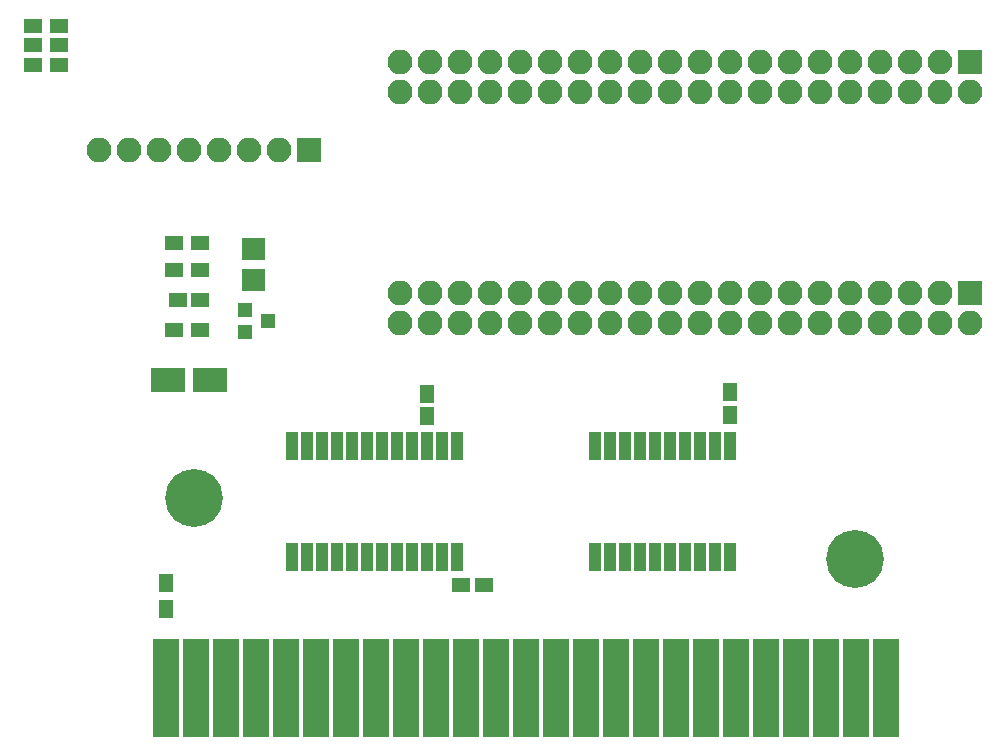
<source format=gbr>
G04 #@! TF.FileFunction,Soldermask,Bot*
%FSLAX46Y46*%
G04 Gerber Fmt 4.6, Leading zero omitted, Abs format (unit mm)*
G04 Created by KiCad (PCBNEW 4.0.7) date 02/14/19 03:29:22*
%MOMM*%
%LPD*%
G01*
G04 APERTURE LIST*
%ADD10C,0.100000*%
%ADD11C,4.900000*%
%ADD12R,2.200000X8.400000*%
%ADD13R,2.100000X2.100000*%
%ADD14O,2.100000X2.100000*%
%ADD15R,1.600000X1.300000*%
%ADD16R,1.150000X1.600000*%
%ADD17R,1.600000X1.150000*%
%ADD18R,1.000000X2.350000*%
%ADD19R,1.000000X2.400000*%
%ADD20R,3.000000X2.000000*%
%ADD21R,1.300000X1.600000*%
%ADD22R,1.300000X1.200000*%
%ADD23R,0.800000X1.900000*%
G04 APERTURE END LIST*
D10*
D11*
X185587640Y-98897440D03*
D12*
X188203840Y-109827440D03*
X185663840Y-109827440D03*
X183123840Y-109827440D03*
X180583840Y-109827440D03*
X178043840Y-109827440D03*
X175503840Y-109827440D03*
X172963840Y-109827440D03*
X170423840Y-109827440D03*
X167883840Y-109827440D03*
X165343840Y-109827440D03*
X162803840Y-109827440D03*
X160263840Y-109827440D03*
X157723840Y-109827440D03*
X155183840Y-109827440D03*
X152643840Y-109827440D03*
X150103840Y-109827440D03*
X147563840Y-109827440D03*
X145023840Y-109827440D03*
X142483840Y-109827440D03*
X139943840Y-109827440D03*
X137403840Y-109827440D03*
X134863840Y-109827440D03*
X132323840Y-109827440D03*
X129783840Y-109827440D03*
X127243840Y-109827440D03*
D11*
X129588260Y-93695520D03*
D13*
X195326000Y-56769000D03*
D14*
X195326000Y-59309000D03*
X192786000Y-56769000D03*
X192786000Y-59309000D03*
X190246000Y-56769000D03*
X190246000Y-59309000D03*
X187706000Y-56769000D03*
X187706000Y-59309000D03*
X185166000Y-56769000D03*
X185166000Y-59309000D03*
X182626000Y-56769000D03*
X182626000Y-59309000D03*
X180086000Y-56769000D03*
X180086000Y-59309000D03*
X177546000Y-56769000D03*
X177546000Y-59309000D03*
X175006000Y-56769000D03*
X175006000Y-59309000D03*
X172466000Y-56769000D03*
X172466000Y-59309000D03*
X169926000Y-56769000D03*
X169926000Y-59309000D03*
X167386000Y-56769000D03*
X167386000Y-59309000D03*
X164846000Y-56769000D03*
X164846000Y-59309000D03*
X162306000Y-56769000D03*
X162306000Y-59309000D03*
X159766000Y-56769000D03*
X159766000Y-59309000D03*
X157226000Y-56769000D03*
X157226000Y-59309000D03*
X154686000Y-56769000D03*
X154686000Y-59309000D03*
X152146000Y-56769000D03*
X152146000Y-59309000D03*
X149606000Y-56769000D03*
X149606000Y-59309000D03*
X147066000Y-56769000D03*
X147066000Y-59309000D03*
D13*
X195326000Y-76327000D03*
D14*
X195326000Y-78867000D03*
X192786000Y-76327000D03*
X192786000Y-78867000D03*
X190246000Y-76327000D03*
X190246000Y-78867000D03*
X187706000Y-76327000D03*
X187706000Y-78867000D03*
X185166000Y-76327000D03*
X185166000Y-78867000D03*
X182626000Y-76327000D03*
X182626000Y-78867000D03*
X180086000Y-76327000D03*
X180086000Y-78867000D03*
X177546000Y-76327000D03*
X177546000Y-78867000D03*
X175006000Y-76327000D03*
X175006000Y-78867000D03*
X172466000Y-76327000D03*
X172466000Y-78867000D03*
X169926000Y-76327000D03*
X169926000Y-78867000D03*
X167386000Y-76327000D03*
X167386000Y-78867000D03*
X164846000Y-76327000D03*
X164846000Y-78867000D03*
X162306000Y-76327000D03*
X162306000Y-78867000D03*
X159766000Y-76327000D03*
X159766000Y-78867000D03*
X157226000Y-76327000D03*
X157226000Y-78867000D03*
X154686000Y-76327000D03*
X154686000Y-78867000D03*
X152146000Y-76327000D03*
X152146000Y-78867000D03*
X149606000Y-76327000D03*
X149606000Y-78867000D03*
X147066000Y-76327000D03*
X147066000Y-78867000D03*
D15*
X118194000Y-57023000D03*
X115994000Y-57023000D03*
X118194000Y-55372000D03*
X115994000Y-55372000D03*
D16*
X149352000Y-86802000D03*
X149352000Y-84902000D03*
D17*
X130109000Y-76962000D03*
X128209000Y-76962000D03*
D15*
X118194000Y-53721000D03*
X115994000Y-53721000D03*
X127932000Y-72136000D03*
X130132000Y-72136000D03*
X130132000Y-74422000D03*
X127932000Y-74422000D03*
D18*
X175006000Y-98680000D03*
X173736000Y-98680000D03*
X172466000Y-98680000D03*
X171196000Y-98680000D03*
X169926000Y-98680000D03*
X168656000Y-98680000D03*
X167386000Y-98680000D03*
X166116000Y-98680000D03*
X164846000Y-98680000D03*
X163576000Y-98680000D03*
X163576000Y-89280000D03*
X164846000Y-89280000D03*
X166116000Y-89280000D03*
X167386000Y-89280000D03*
X168656000Y-89280000D03*
X169926000Y-89280000D03*
X171196000Y-89280000D03*
X172466000Y-89280000D03*
X173736000Y-89280000D03*
X175006000Y-89280000D03*
D19*
X151892000Y-98681000D03*
X150622000Y-98681000D03*
X149352000Y-98681000D03*
X148082000Y-98681000D03*
X146812000Y-98681000D03*
X145542000Y-98681000D03*
X144272000Y-98681000D03*
X143002000Y-98681000D03*
X141732000Y-98681000D03*
X140462000Y-98681000D03*
X139192000Y-98681000D03*
X137922000Y-98681000D03*
X137922000Y-89281000D03*
X139192000Y-89281000D03*
X140462000Y-89281000D03*
X141732000Y-89281000D03*
X143002000Y-89281000D03*
X144272000Y-89281000D03*
X145542000Y-89281000D03*
X146812000Y-89281000D03*
X148082000Y-89281000D03*
X149352000Y-89281000D03*
X150622000Y-89281000D03*
X151892000Y-89281000D03*
D16*
X175006000Y-86675000D03*
X175006000Y-84775000D03*
D20*
X130959000Y-83693000D03*
X127359000Y-83693000D03*
D17*
X154112000Y-101092000D03*
X152212000Y-101092000D03*
D15*
X130132000Y-79502000D03*
X127932000Y-79502000D03*
D21*
X127254000Y-103081000D03*
X127254000Y-100881000D03*
D22*
X133874000Y-79690000D03*
X133874000Y-77790000D03*
X135874000Y-78740000D03*
D23*
X135270000Y-75244000D03*
X134620000Y-75244000D03*
X133970000Y-75244000D03*
X133970000Y-72584000D03*
X134620000Y-72584000D03*
X135270000Y-72584000D03*
D13*
X139319000Y-64262000D03*
D14*
X136779000Y-64262000D03*
X134239000Y-64262000D03*
X131699000Y-64262000D03*
X129159000Y-64262000D03*
X126619000Y-64262000D03*
X124079000Y-64262000D03*
X121539000Y-64262000D03*
M02*

</source>
